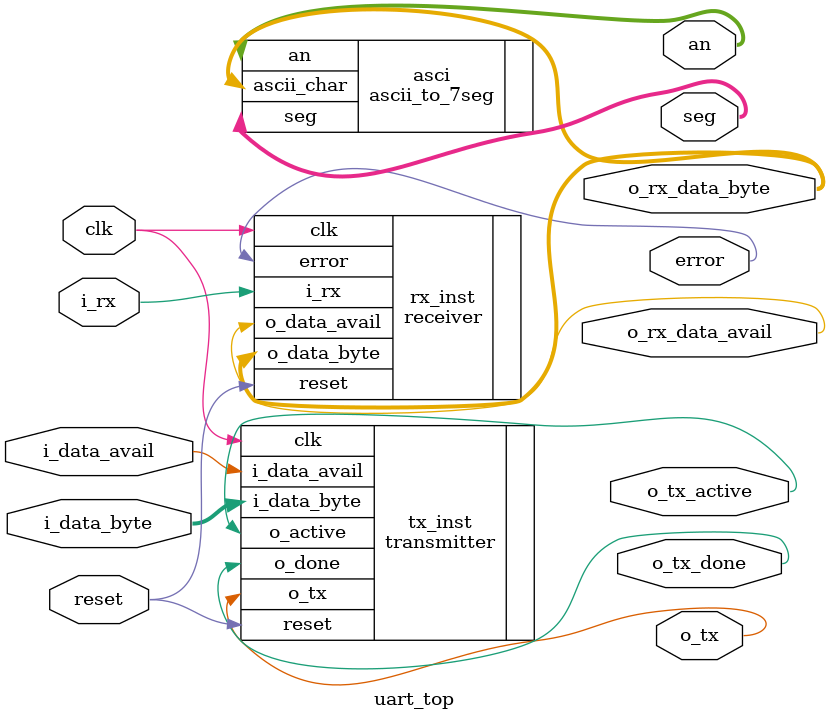
<source format=v>
module uart_top #(
    parameter CLK_FREQ = 100_000_000, // System clock frequency in Hz (e.g., 100 MHz)
    parameter BAUD_RATE = 9600        // Desired baud rate (e.g., 9600 bps)
) (
    input clk,           // Main system clock
    input reset,         // System reset input
    input i_data_avail,  // Input to the transmitter: data available flag
    input [7:0] i_data_byte,
    input i_rx, // Input to the transmitter: data byte to send
    output o_tx,         // UART TX line output
    output o_tx_done,    // Output from transmitter: transmission complete flag
    output o_tx_active,  // Output from transmitter: transmission active flag
    output [7:0] o_rx_data_byte, // Output from receiver: received data byte
    output o_rx_data_avail, // Output from receiver: received data available flag
    output error,         // Output from receiver: parity error flag
    output [6:0] seg,
    output [7:0] an
);

    //wire tx_to_rx; // Internal wire connecting Transmitter's TX to Receiver's RX
    //wire baud_tick; // Output from baud generator (not directly used by TX/RX logic)
    // This wire can capture the calculated CLKS_PER_BIT from the Baud_generator,
    // though for parameter passing, a localparam is typically used.
    //wire [($clog2(CLK_FREQ/BAUD_RATE)>1?$clog2(CLK_FREQ/BAUD_RATE):1)-1:0] calculated_clks_per_bit;

    // Calculate CLKS_PER_BIT based on the top-level parameters.
    // This value will be passed to the transmitter and receiver modules.
    localparam TOP_CLKS_PER_BIT = CLK_FREQ / BAUD_RATE;

    // Instantiate Baud Generator
    // This module calculates the CLKS_PER_BIT value based on the system clock
    // and desired baud rate, and provides it as an output parameter.
//    Baud_generator #(.CLK_FREQ(CLK_FREQ), .BAUD_RATE(BAUD_RATE)) baud_gen_inst (
//        .clk(clk),
//        .reset(reset),
//        //.baud_tick(baud_tick), // Connect baud_tick output (optional for monitoring)
//        .clks_per_bit_val(calculated_clks_per_bit) // Connect the calculated CLKS_PER_BIT value
//    );

    // Instantiate Transmitter
    // The CLKS_PER_BIT parameter for the transmitter is taken from the
    // calculation performed in the uart_top module.
    transmitter #(.CLKS_PER_BIT(TOP_CLKS_PER_BIT)) tx_inst (
        .i_data_avail(i_data_avail),
        .i_data_byte(i_data_byte),
        .clk(clk),
        .reset(reset), // Pass system reset
        .o_active(o_tx_active),
        .o_done(o_tx_done),
        .o_tx(o_tx) // Connect TX output to internal wire
    );

    // Instantiate Receiver
    // The CLKS_PER_BIT parameter for the receiver is also taken from the
    // calculation performed in the uart_top module.
    receiver #(.CLKS_PER_BIT(TOP_CLKS_PER_BIT)) rx_inst (
        .clk(clk),
        .reset(reset), // Pass system reset
        .i_rx(i_rx), // Connect RX input from internal wire
        .o_data_avail(o_rx_data_avail),
        .o_data_byte(o_rx_data_byte),
        .error(error)
    );
   ascii_to_7seg  asci (
    .ascii_char(o_rx_data_byte),    // Input ASCII character (e.g., 8'h30 for '0', 8'h41 for 'A')
    .seg(seg),          // 7-segment outputs (active LOW for common anode)
    .an(an) );

    // Connect the internal TX wire to the external UART TX output
//    assign o_tx = tx_to_rx;

endmodule

</source>
